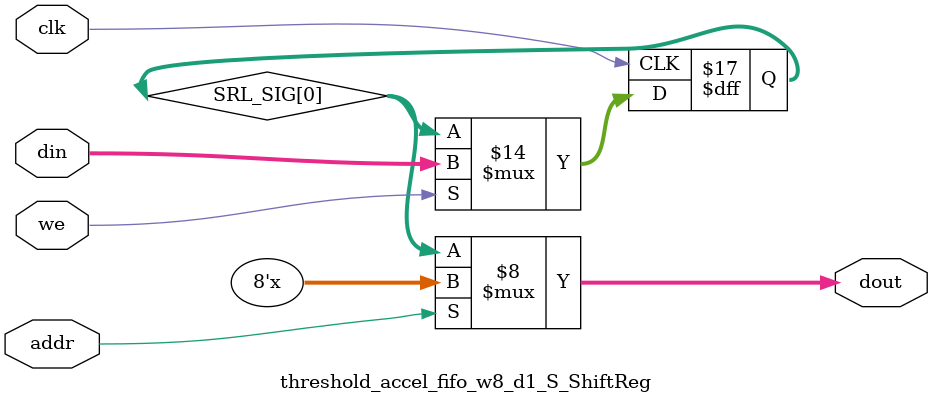
<source format=v>

`timescale 1 ns / 1 ps

module threshold_accel_fifo_w8_d1_S
#(parameter
    MEM_STYLE   = "shiftReg",
    DATA_WIDTH  = 8,
    ADDR_WIDTH  = 1,
    DEPTH       = 1)
(
    // system signal
    input  wire                  clk,
    input  wire                  reset,

    // write
    output wire                  if_full_n,
    input  wire                  if_write_ce,
    input  wire                  if_write,
    input  wire [DATA_WIDTH-1:0] if_din,
    
    // read 
    output wire [ADDR_WIDTH:0]   if_num_data_valid, // for FRP
    output wire [ADDR_WIDTH:0]   if_fifo_cap,       // for FRP
    output wire                  if_empty_n,
    input  wire                  if_read_ce,
    input  wire                  if_read,
    output wire [DATA_WIDTH-1:0] if_dout
);
//------------------------Parameter----------------------

//------------------------Local signal-------------------
wire [ADDR_WIDTH-1:0] addr;
wire                  push;
wire                  pop;
reg signed [ADDR_WIDTH:0]   mOutPtr;
reg                   empty_n = 1'b0;
reg                   full_n  = 1'b1;
// with almost full?  no 
//------------------------Instantiation------------------
threshold_accel_fifo_w8_d1_S_ShiftReg 
#(  .DATA_WIDTH (DATA_WIDTH),
    .ADDR_WIDTH (ADDR_WIDTH),
    .DEPTH      (DEPTH))
U_threshold_accel_fifo_w8_d1_S_ShiftReg (
    .clk        (clk),
    .we         (push),
    .addr       (addr),
    .din        (if_din),
    .dout       (if_dout)
);
//------------------------Task and function--------------

//------------------------Body---------------------------
// has num_data_valid ? 
assign if_num_data_valid = mOutPtr + 1'b1; // yes
assign if_fifo_cap = DEPTH; // yes 

// has almost full ? 
assign if_full_n  = full_n; //no 
assign if_empty_n = empty_n;

assign push = (if_write & if_write_ce) & full_n;
assign pop  = (if_read & if_read_ce) & empty_n;
assign addr = mOutPtr[ADDR_WIDTH] == 1'b0 ? mOutPtr[ADDR_WIDTH-1:0]:{ADDR_WIDTH{1'b0}};

// full_n
always @(posedge clk ) begin
    if (reset == 1'b1)
        full_n <= 1'b1;
    else if (push & ~pop) begin
        if (mOutPtr == DEPTH - 2)
            full_n <= 1'b0;
    end
    else if (~push & pop)
        full_n <= 1'b1;
end

// almost_full_n 

// empty_n
always @(posedge clk ) begin
    if (reset == 1'b1)
        empty_n <= 1'b0;
    else if (push & ~pop)
        empty_n <= 1'b1;
    else if (~push & pop) begin
        if (mOutPtr == 0)
            empty_n <= 1'b0;
    end
end

// mOutPtr
always @(posedge clk ) begin
    if (reset == 1'b1)
        mOutPtr <= {ADDR_WIDTH+1{1'b1}};
    else if (push & ~pop)
        mOutPtr <= mOutPtr + 1'b1;
    else if (~push & pop)
        mOutPtr <= mOutPtr - 1'b1;
end

endmodule  


module threshold_accel_fifo_w8_d1_S_ShiftReg
#(parameter
    DATA_WIDTH  = 8,
    ADDR_WIDTH  = 1,
    DEPTH       = 1)
(
    input  wire                  clk,
    input  wire                  we,
    input  wire [ADDR_WIDTH-1:0] addr,
    input  wire [DATA_WIDTH-1:0] din,
    output wire [DATA_WIDTH-1:0] dout
);

reg [DATA_WIDTH-1:0] SRL_SIG [0:DEPTH-1];
integer i;

always @ (posedge clk) begin
    if (we) begin
        for (i=0; i<DEPTH-1; i=i+1)
            SRL_SIG[i+1] <= SRL_SIG[i];
        SRL_SIG[0] <= din;
    end
end

assign dout = SRL_SIG[addr];

endmodule

</source>
